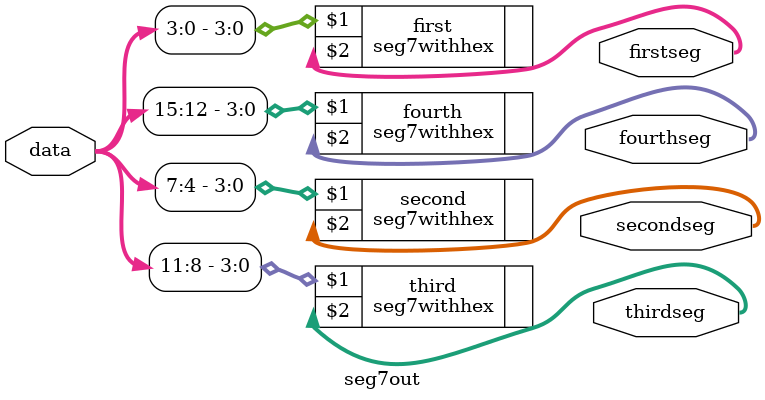
<source format=v>
module seg7out(data, fourthseg, thirdseg, secondseg, firstseg);
	input [15:0] data;
	output [6:0] fourthseg, thirdseg, secondseg, firstseg;
	seg7withhex fourth(data[15:12], fourthseg);
	seg7withhex third(data[11:8], thirdseg);
	seg7withhex second(data[7:4], secondseg);
	seg7withhex first(data[3:0], firstseg);

endmodule
</source>
